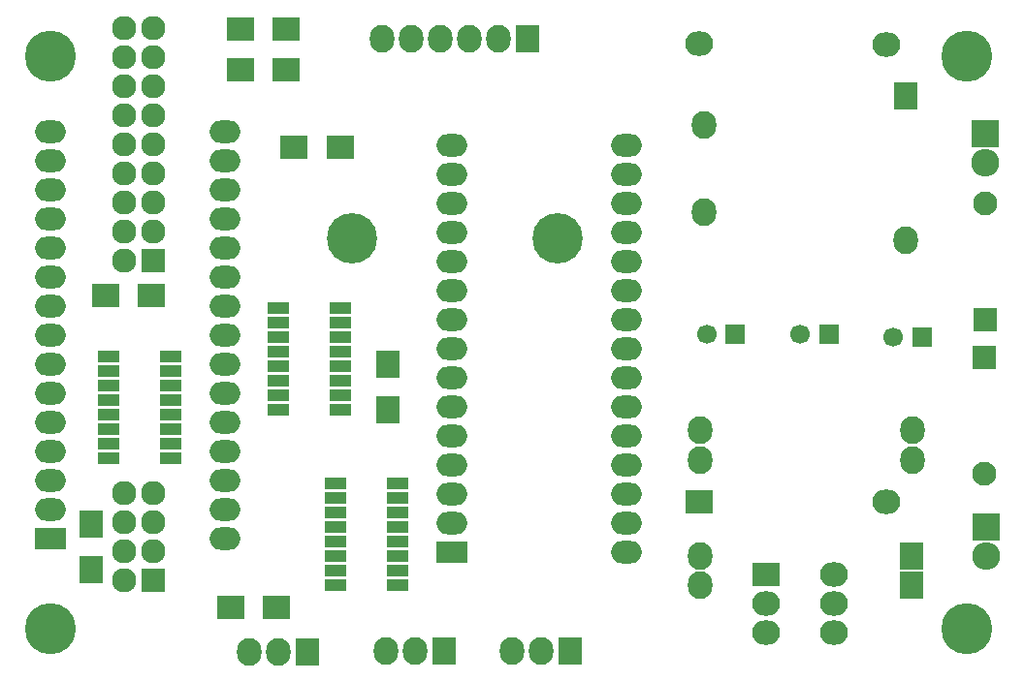
<source format=gbs>
G04 #@! TF.FileFunction,Soldermask,Bot*
%FSLAX46Y46*%
G04 Gerber Fmt 4.6, Leading zero omitted, Abs format (unit mm)*
G04 Created by KiCad (PCBNEW 4.0.4-stable) date 10/09/16 23:20:07*
%MOMM*%
%LPD*%
G01*
G04 APERTURE LIST*
%ADD10C,0.100000*%
%ADD11C,4.464000*%
%ADD12R,2.400000X2.000000*%
%ADD13R,2.000000X2.400000*%
%ADD14C,1.700000*%
%ADD15R,1.700000X1.700000*%
%ADD16C,2.099260*%
%ADD17R,2.099260X2.099260*%
%ADD18O,2.432000X2.127200*%
%ADD19R,2.432000X2.127200*%
%ADD20O,2.127200X2.432000*%
%ADD21R,2.127200X2.432000*%
%ADD22R,1.900000X1.000000*%
%ADD23R,2.127200X2.127200*%
%ADD24O,2.127200X2.127200*%
%ADD25C,4.400000*%
%ADD26R,2.432000X2.432000*%
%ADD27O,2.432000X2.432000*%
%ADD28R,2.686000X1.974800*%
%ADD29O,2.686000X1.974800*%
G04 APERTURE END LIST*
D10*
D11*
X152095200Y-103047800D03*
X152069800Y-53086000D03*
X72059800Y-53086000D03*
X72059800Y-103047800D03*
D12*
X80943200Y-73939400D03*
X76943200Y-73939400D03*
D13*
X101574600Y-83965800D03*
X101574600Y-79965800D03*
D12*
X93389700Y-60998100D03*
X97389700Y-60998100D03*
D14*
X137555600Y-77343000D03*
D15*
X140055600Y-77343000D03*
D14*
X145709000Y-77571600D03*
D15*
X148209000Y-77571600D03*
D12*
X91814400Y-101219000D03*
X87814400Y-101219000D03*
D13*
X75692000Y-93910400D03*
X75692000Y-97910400D03*
D16*
X153621740Y-89560920D03*
D17*
X153621740Y-79400920D03*
D16*
X153743660Y-65912480D03*
D17*
X153743660Y-76072480D03*
D18*
X145106000Y-52017200D03*
X128706000Y-51917200D03*
X145106000Y-92017200D03*
D19*
X128706000Y-91977200D03*
D20*
X128835200Y-99311600D03*
X128835200Y-96711600D03*
X128835200Y-85711600D03*
X128835200Y-88311600D03*
X147335200Y-88311600D03*
D21*
X147295200Y-99311600D03*
D20*
X147335200Y-85711600D03*
D21*
X147295200Y-96711600D03*
D20*
X129179600Y-59039600D03*
X129179600Y-66639600D03*
X146779600Y-69139600D03*
D21*
X146739600Y-56539600D03*
D22*
X92016600Y-83972400D03*
X92016600Y-82702400D03*
X92016600Y-81432400D03*
X92016600Y-80162400D03*
X92016600Y-78892400D03*
X92016600Y-77622400D03*
X92016600Y-76352400D03*
X92016600Y-75082400D03*
X97416600Y-75082400D03*
X97416600Y-76352400D03*
X97416600Y-77622400D03*
X97416600Y-78892400D03*
X97416600Y-80162400D03*
X97416600Y-81432400D03*
X97416600Y-82702400D03*
X97416600Y-83972400D03*
X82608400Y-79273400D03*
X82608400Y-80543400D03*
X82608400Y-81813400D03*
X82608400Y-83083400D03*
X82608400Y-84353400D03*
X82608400Y-85623400D03*
X82608400Y-86893400D03*
X82608400Y-88163400D03*
X77208400Y-88163400D03*
X77208400Y-86893400D03*
X77208400Y-85623400D03*
X77208400Y-84353400D03*
X77208400Y-83083400D03*
X77208400Y-81813400D03*
X77208400Y-80543400D03*
X77208400Y-79273400D03*
D23*
X81076800Y-70891400D03*
D24*
X78536800Y-70891400D03*
X81076800Y-68351400D03*
X78536800Y-68351400D03*
X81076800Y-65811400D03*
X78536800Y-65811400D03*
X81076800Y-63271400D03*
X78536800Y-63271400D03*
X81076800Y-60731400D03*
X78536800Y-60731400D03*
X81076800Y-58191400D03*
X78536800Y-58191400D03*
X81076800Y-55651400D03*
X78536800Y-55651400D03*
X81076800Y-53111400D03*
X78536800Y-53111400D03*
X81076800Y-50571400D03*
X78536800Y-50571400D03*
D21*
X106451400Y-105029000D03*
D20*
X103911400Y-105029000D03*
X101371400Y-105029000D03*
D21*
X94576900Y-105105200D03*
D20*
X92036900Y-105105200D03*
X89496900Y-105105200D03*
D25*
X98415800Y-68985800D03*
D21*
X113715800Y-51485800D03*
D20*
X111175800Y-51485800D03*
X108635800Y-51485800D03*
X106095800Y-51485800D03*
X103555800Y-51485800D03*
X101015800Y-51485800D03*
D25*
X116415800Y-68985800D03*
D26*
X153797000Y-94234000D03*
D27*
X153797000Y-96774000D03*
D21*
X117449600Y-105003600D03*
D20*
X114909600Y-105003600D03*
X112369600Y-105003600D03*
D26*
X153720800Y-59842400D03*
D27*
X153720800Y-62382400D03*
D22*
X96995000Y-99237800D03*
X96995000Y-97967800D03*
X96995000Y-96697800D03*
X96995000Y-95427800D03*
X96995000Y-94157800D03*
X96995000Y-92887800D03*
X96995000Y-91617800D03*
X96995000Y-90347800D03*
X102395000Y-90347800D03*
X102395000Y-91617800D03*
X102395000Y-92887800D03*
X102395000Y-94157800D03*
X102395000Y-95427800D03*
X102395000Y-96697800D03*
X102395000Y-97967800D03*
X102395000Y-99237800D03*
D18*
X134591800Y-103405000D03*
X134591800Y-100865000D03*
D19*
X134591800Y-98325000D03*
D18*
X140491800Y-98325000D03*
X140491800Y-100865000D03*
X140491800Y-103405000D03*
D23*
X81051400Y-98882200D03*
D24*
X78511400Y-98882200D03*
X81051400Y-96342200D03*
X78511400Y-96342200D03*
X81051400Y-93802200D03*
X78511400Y-93802200D03*
X81051400Y-91262200D03*
X78511400Y-91262200D03*
D28*
X72136000Y-95250000D03*
D29*
X72136000Y-92710000D03*
X72136000Y-90170000D03*
X72136000Y-87630000D03*
X72136000Y-85090000D03*
X72136000Y-82550000D03*
X72136000Y-80010000D03*
X72136000Y-77470000D03*
X72136000Y-74930000D03*
X72136000Y-72390000D03*
X72136000Y-69850000D03*
X72136000Y-67310000D03*
X72136000Y-64770000D03*
X72136000Y-62230000D03*
X72136000Y-59690000D03*
X87376000Y-59690000D03*
X87376000Y-62230000D03*
X87376000Y-64770000D03*
X87376000Y-67310000D03*
X87376000Y-69850000D03*
X87376000Y-72390000D03*
X87376000Y-74930000D03*
X87376000Y-77470000D03*
X87376000Y-80010000D03*
X87376000Y-82550000D03*
X87376000Y-85090000D03*
X87376000Y-87630000D03*
X87376000Y-90170000D03*
X87376000Y-92710000D03*
X87376000Y-95250000D03*
D28*
X107162600Y-96393000D03*
D29*
X107162600Y-93853000D03*
X107162600Y-91313000D03*
X107162600Y-88773000D03*
X107162600Y-86233000D03*
X107162600Y-83693000D03*
X107162600Y-81153000D03*
X107162600Y-78613000D03*
X107162600Y-76073000D03*
X107162600Y-73533000D03*
X107162600Y-70993000D03*
X107162600Y-68453000D03*
X107162600Y-65913000D03*
X107162600Y-63373000D03*
X107162600Y-60833000D03*
X122402600Y-60833000D03*
X122402600Y-63373000D03*
X122402600Y-65913000D03*
X122402600Y-68453000D03*
X122402600Y-70993000D03*
X122402600Y-73533000D03*
X122402600Y-76073000D03*
X122402600Y-78613000D03*
X122402600Y-81153000D03*
X122402600Y-83693000D03*
X122402600Y-86233000D03*
X122402600Y-88773000D03*
X122402600Y-91313000D03*
X122402600Y-93853000D03*
X122402600Y-96393000D03*
D12*
X88678000Y-50673000D03*
X92678000Y-50673000D03*
X88716100Y-54254400D03*
X92716100Y-54254400D03*
D14*
X129402200Y-77343000D03*
D15*
X131902200Y-77343000D03*
M02*

</source>
